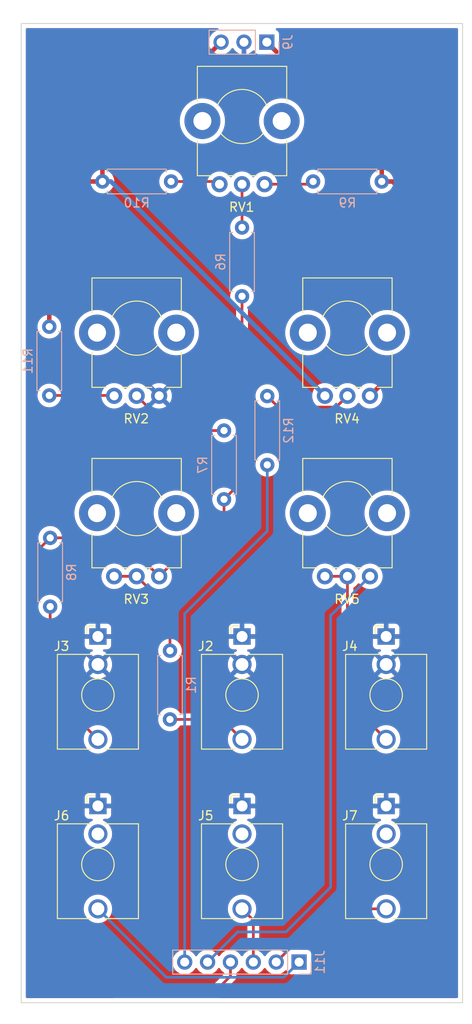
<source format=kicad_pcb>
(kicad_pcb (version 20211014) (generator pcbnew)
  (layers (0 "F.Cu" signal) (31 "B.Cu" signal) (34 "B.Paste" user) (35 "F.Paste" user) (36 "B.SilkS" user "B.Silkscreen") (37 "F.SilkS" user "F.Silkscreen") (38 "B.Mask" user) (39 "F.Mask" user) (44 "Edge.Cuts" user))
  (net 0 "")
  (net 1 "/FM_in")
  (net 2 "/CV_in")
  (net 3 "/PWM_Pot")
  (net 4 "Triangle Out2")
  (net 6 "Saw Out2")
  (net 8 "/FM_pot")
  (net 9 "/Coarse")
  (net 10 "Pulse Out2")
  (net 11 "/Fine")
  (net 12 "/Coarse_div1")
  (net 13 "/Coarse_div2")
  (net 14 "/fine_div")
  (net 15 "/PWM_LP")
  (net 17 "In_Sum2")
  (net 18 "AP2")
  (net 19 "PWM_Com2")
  (net 20 "GND1")
  (net 21 "+12VA")
  (net 22 "-12VA")
  (footprint "Connector_Audio:Jack_3.5mm_QingPu_WQP-PJ398SM_Vertical_CircularHoles" (layer "F.Cu") (at 94.2 117.72)
    (fp_text reference "J3" (at -4.03 1.08 180) (layer "F.SilkS"))
    (fp_text value "CV")
    (fp_line (start -0.8 12.48) (end -4.5 12.48) (layer "F.SilkS") (width 0.12))
    (fp_line (start 4.5 1.98) (end 4.5 12.48) (layer "F.SilkS") (width 0.12))
    (fp_line (start -0.72 1.98) (end -4.5 1.98) (layer "F.SilkS") (width 0.12))
    (fp_line (start -1.23 -1.17) (end -0.37 -1.17) (layer "F.SilkS") (width 0.12))
    (fp_line (start 4.5 1.98) (end 0.72 1.98) (layer "F.SilkS") (width 0.12))
    (fp_line (start -4.5 1.98) (end -4.5 12.48) (layer "F.SilkS") (width 0.12))
    (fp_line (start -1.23 -1.17) (end -1.23 -0.37) (layer "F.SilkS") (width 0.12))
    (fp_line (start 4.5 12.48) (end 0.8 12.48) (layer "F.SilkS") (width 0.12))
    (fp_circle (center 0 6.48) (end 1.8 6.48) (layer "F.SilkS") (width 0.12) (fill none))
    (pad "S" thru_hole rect (at 0 0 180) (size 1.93 1.83) (drill 1.22) (layers *.Cu *.Mask) (net 20 "GND1"))
    (pad "T" thru_hole circle (at 0 11.4 180) (size 2.13 2.13) (drill 1.43) (layers *.Cu *.Mask) (net 2 "/CV_in"))
    (pad "TN" thru_hole circle (at 0 3.1 180) (size 2.13 2.13) (drill 1.42) (layers *.Cu *.Mask) (net 20 "GND1"))
    (zone (net 0) (net_name "") (layer "F.Cu") (connect_pads (clearance 0)) (min_thickness 0.254)
      (keepout (tracks not_allowed) (vias not_allowed) (pads not_allowed) (copperpour not_allowed) (footprints not_allowed))
      (fill (thermal_gap 0.508) (thermal_bridge_width 0.508))
      (polygon (pts (xy 95.705141 124.2) (xy 95.68493 123.954171) (xy 95.624841 123.714945) (xy 95.526486 123.488744) (xy 95.392508 123.281645) (xy 95.226504 123.09921) (xy 95.032932 122.946336) (xy 94.816992 122.827131) (xy 94.584482 122.744794) (xy 94.341646 122.701539) (xy 94.095007 122.698525) (xy 93.851187 122.735835) (xy 93.616734 122.812466) (xy 93.397946 122.92636) (xy 93.200697 123.074458) (xy 93.030286 123.252784) (xy 92.891288 123.456548) (xy 92.787436 123.680278) (xy 92.721519 123.917965) (xy 92.695308 124.163226) (xy 92.709507 124.409475) (xy 92.763734 124.650099) (xy 92.856532 124.878634) (xy 92.985411 125.088945) (xy 93.146908 125.275382) (xy 93.336687 125.432939) (xy 93.54965 125.557385) (xy 93.780079 125.645377) (xy 94.021785 125.694553) (xy 94.268278 125.703592) (xy 94.512936 125.67225) (xy 94.749191 125.60137) (xy 94.970697 125.492856) (xy 95.171505 125.349621) (xy 95.346223 125.175512) (xy 95.490158 124.975205) (xy 95.599445 124.754079) (xy 95.671149 124.518074) (xy 95.703344 124.273526)))
    )
  )
  (footprint "Custom_Footprints:Alpha_9mm_Potentiometer_Aligned" (layer "F.Cu") (at 98.5 83.55)
    (fp_text reference "RV2" (at -0.04 10.04) (layer "F.SilkS"))
    (fp_text value "100K")
    (fp_line (start 4.96 -1.695) (end 4.96 -5.56) (layer "F.SilkS") (width 0.12))
    (fp_line (start 3.325 6.56) (end 4.96 6.56) (layer "F.SilkS") (width 0.12))
    (fp_line (start -4.961 -5.56) (end 4.96 -5.56) (layer "F.SilkS") (width 0.12))
    (fp_line (start 0.825 6.56) (end 1.675 6.56) (layer "F.SilkS") (width 0.12))
    (fp_line (start -4.961 -1.695) (end -4.961 -5.56) (layer "F.SilkS") (width 0.12))
    (fp_line (start -4.961 6.56) (end -3.325 6.56) (layer "F.SilkS") (width 0.12))
    (fp_line (start 4.96 6.56) (end 4.96 2.694) (layer "F.SilkS") (width 0.12))
    (fp_line (start -4.961 6.56) (end -4.961 2.694) (layer "F.SilkS") (width 0.12))
    (fp_line (start -1.675 6.56) (end -0.825 6.56) (layer "F.SilkS") (width 0.12))
    (fp_arc (start 2.297753 1.928295) (mid -0.000192 2.999665) (end -2.298 1.928) (layer "F.SilkS") (width 0.12))
    (fp_arc (start -2.762432 -1.171982) (mid -0.000553 -3.000762) (end 2.762 -1.173) (layer "F.SilkS") (width 0.12))
    (pad "" np_thru_hole circle (at -4.4 0.5 90) (size 4 4) (drill 2) (layers *.Cu *.Mask))
    (pad "" np_thru_hole circle (at 4.4 0.5 90) (size 4 4) (drill 2) (layers *.Cu *.Mask))
    (pad "1" thru_hole circle (at -2.5 7.5 90) (size 1.8 1.8) (drill 1) (layers *.Cu *.Mask) (net 14 "/fine_div"))
    (pad "2" thru_hole circle (at 0 7.5 90) (size 1.8 1.8) (drill 1) (layers *.Cu *.Mask) (net 11 "/Fine"))
    (pad "3" thru_hole circle (at 2.5 7.5 90) (size 1.8 1.8) (drill 1) (layers *.Cu *.Mask) (net 20 "GND1"))
  )
  (footprint "Connector_Audio:Jack_3.5mm_QingPu_WQP-PJ398SM_Vertical_CircularHoles" (layer "F.Cu") (at 126.2 136.5)
    (fp_text reference "J7" (at -4.03 1.08 180) (layer "F.SilkS"))
    (fp_text value "Pulse")
    (fp_line (start -4.5 1.98) (end -4.5 12.48) (layer "F.SilkS") (width 0.12))
    (fp_line (start -1.23 -1.17) (end -0.37 -1.17) (layer "F.SilkS") (width 0.12))
    (fp_line (start -0.8 12.48) (end -4.5 12.48) (layer "F.SilkS") (width 0.12))
    (fp_line (start 4.5 1.98) (end 0.72 1.98) (layer "F.SilkS") (width 0.12))
    (fp_line (start 4.5 12.48) (end 0.8 12.48) (layer "F.SilkS") (width 0.12))
    (fp_line (start -1.23 -1.17) (end -1.23 -0.37) (layer "F.SilkS") (width 0.12))
    (fp_line (start -0.72 1.98) (end -4.5 1.98) (layer "F.SilkS") (width 0.12))
    (fp_line (start 4.5 1.98) (end 4.5 12.48) (layer "F.SilkS") (width 0.12))
    (fp_circle (center 0 6.48) (end 1.8 6.48) (layer "F.SilkS") (width 0.12) (fill none))
    (pad "S" thru_hole rect (at 0 0 180) (size 1.93 1.83) (drill 1.22) (layers *.Cu *.Mask) (net 20 "GND1"))
    (pad "T" thru_hole circle (at 0 11.4 180) (size 2.13 2.13) (drill 1.43) (layers *.Cu *.Mask) (net 10 "Pulse Out2"))
    (pad "TN" thru_hole circle (at 0 3.1 180) (size 2.13 2.13) (drill 1.42) (layers *.Cu *.Mask))
    (zone (net 0) (net_name "") (layer "F.Cu") (connect_pads (clearance 0)) (min_thickness 0.254)
      (keepout (tracks not_allowed) (vias not_allowed) (pads not_allowed) (copperpour not_allowed) (footprints not_allowed))
      (fill (thermal_gap 0.508) (thermal_bridge_width 0.508))
      (polygon (pts (xy 127.705141 142.98) (xy 127.68493 142.734171) (xy 127.624841 142.494945) (xy 127.526486 142.268744) (xy 127.392508 142.061645) (xy 127.226504 141.87921) (xy 127.032932 141.726336) (xy 126.816992 141.607131) (xy 126.584482 141.524794) (xy 126.341646 141.481539) (xy 126.095007 141.478525) (xy 125.851187 141.515835) (xy 125.616734 141.592466) (xy 125.397946 141.70636) (xy 125.200697 141.854458) (xy 125.030286 142.032784) (xy 124.891288 142.236548) (xy 124.787436 142.460278) (xy 124.721519 142.697965) (xy 124.695308 142.943226) (xy 124.709507 143.189475) (xy 124.763734 143.430099) (xy 124.856532 143.658634) (xy 124.985411 143.868945) (xy 125.146908 144.055382) (xy 125.336687 144.212939) (xy 125.54965 144.337385) (xy 125.780079 144.425377) (xy 126.021785 144.474553) (xy 126.268278 144.483592) (xy 126.512936 144.45225) (xy 126.749191 144.38137) (xy 126.970697 144.272856) (xy 127.171505 144.129621) (xy 127.346223 143.955512) (xy 127.490158 143.755205) (xy 127.599445 143.534079) (xy 127.671149 143.298074) (xy 127.703344 143.053526)))
    )
  )
  (footprint "Connector_Audio:Jack_3.5mm_QingPu_WQP-PJ398SM_Vertical_CircularHoles" (layer "F.Cu") (at 110.2 136.5)
    (fp_text reference "J5" (at -4.03 1.08 180) (layer "F.SilkS"))
    (fp_text value "Triangle")
    (fp_line (start 4.5 1.98) (end 0.72 1.98) (layer "F.SilkS") (width 0.12))
    (fp_line (start -1.23 -1.17) (end -1.23 -0.37) (layer "F.SilkS") (width 0.12))
    (fp_line (start -0.8 12.48) (end -4.5 12.48) (layer "F.SilkS") (width 0.12))
    (fp_line (start -1.23 -1.17) (end -0.37 -1.17) (layer "F.SilkS") (width 0.12))
    (fp_line (start 4.5 1.98) (end 4.5 12.48) (layer "F.SilkS") (width 0.12))
    (fp_line (start -4.5 1.98) (end -4.5 12.48) (layer "F.SilkS") (width 0.12))
    (fp_line (start 4.5 12.48) (end 0.8 12.48) (layer "F.SilkS") (width 0.12))
    (fp_line (start -0.72 1.98) (end -4.5 1.98) (layer "F.SilkS") (width 0.12))
    (fp_circle (center 0 6.48) (end 1.8 6.48) (layer "F.SilkS") (width 0.12) (fill none))
    (pad "S" thru_hole rect (at 0 0 180) (size 1.93 1.83) (drill 1.22) (layers *.Cu *.Mask) (net 20 "GND1"))
    (pad "T" thru_hole circle (at 0 11.4 180) (size 2.13 2.13) (drill 1.43) (layers *.Cu *.Mask) (net 4 "Triangle Out2"))
    (pad "TN" thru_hole circle (at 0 3.1 180) (size 2.13 2.13) (drill 1.42) (layers *.Cu *.Mask))
    (zone (net 0) (net_name "") (layer "F.Cu") (connect_pads (clearance 0)) (min_thickness 0.254)
      (keepout (tracks not_allowed) (vias not_allowed) (pads not_allowed) (copperpour not_allowed) (footprints not_allowed))
      (fill (thermal_gap 0.508) (thermal_bridge_width 0.508))
      (polygon (pts (xy 111.705141 142.98) (xy 111.68493 142.734171) (xy 111.624841 142.494945) (xy 111.526486 142.268744) (xy 111.392508 142.061645) (xy 111.226504 141.87921) (xy 111.032932 141.726336) (xy 110.816992 141.607131) (xy 110.584482 141.524794) (xy 110.341646 141.481539) (xy 110.095007 141.478525) (xy 109.851187 141.515835) (xy 109.616734 141.592466) (xy 109.397946 141.70636) (xy 109.200697 141.854458) (xy 109.030286 142.032784) (xy 108.891288 142.236548) (xy 108.787436 142.460278) (xy 108.721519 142.697965) (xy 108.695308 142.943226) (xy 108.709507 143.189475) (xy 108.763734 143.430099) (xy 108.856532 143.658634) (xy 108.985411 143.868945) (xy 109.146908 144.055382) (xy 109.336687 144.212939) (xy 109.54965 144.337385) (xy 109.780079 144.425377) (xy 110.021785 144.474553) (xy 110.268278 144.483592) (xy 110.512936 144.45225) (xy 110.749191 144.38137) (xy 110.970697 144.272856) (xy 111.171505 144.129621) (xy 111.346223 143.955512) (xy 111.490158 143.755205) (xy 111.599445 143.534079) (xy 111.671149 143.298074) (xy 111.703344 143.053526)))
    )
  )
  (footprint "Connector_Audio:Jack_3.5mm_QingPu_WQP-PJ398SM_Vertical_CircularHoles" (layer "F.Cu") (at 126.2 117.72)
    (fp_text reference "J4" (at -4.03 1.08 180) (layer "F.SilkS"))
    (fp_text value "PWM")
    (fp_line (start -0.8 12.48) (end -4.5 12.48) (layer "F.SilkS") (width 0.12))
    (fp_line (start -0.72 1.98) (end -4.5 1.98) (layer "F.SilkS") (width 0.12))
    (fp_line (start -1.23 -1.17) (end -1.23 -0.37) (layer "F.SilkS") (width 0.12))
    (fp_line (start -4.5 1.98) (end -4.5 12.48) (layer "F.SilkS") (width 0.12))
    (fp_line (start -1.23 -1.17) (end -0.37 -1.17) (layer "F.SilkS") (width 0.12))
    (fp_line (start 4.5 12.48) (end 0.8 12.48) (layer "F.SilkS") (width 0.12))
    (fp_line (start 4.5 1.98) (end 0.72 1.98) (layer "F.SilkS") (width 0.12))
    (fp_line (start 4.5 1.98) (end 4.5 12.48) (layer "F.SilkS") (width 0.12))
    (fp_circle (center 0 6.48) (end 1.8 6.48) (layer "F.SilkS") (width 0.12) (fill none))
    (pad "S" thru_hole rect (at 0 0 180) (size 1.93 1.83) (drill 1.22) (layers *.Cu *.Mask) (net 20 "GND1"))
    (pad "T" thru_hole circle (at 0 11.4 180) (size 2.13 2.13) (drill 1.43) (layers *.Cu *.Mask) (net 3 "/PWM_Pot"))
    (pad "TN" thru_hole circle (at 0 3.1 180) (size 2.13 2.13) (drill 1.42) (layers *.Cu *.Mask) (net 20 "GND1"))
    (zone (net 0) (net_name "") (layer "F.Cu") (connect_pads (clearance 0)) (min_thickness 0.254)
      (keepout (tracks not_allowed) (vias not_allowed) (pads not_allowed) (copperpour not_allowed) (footprints not_allowed))
      (fill (thermal_gap 0.508) (thermal_bridge_width 0.508))
      (polygon (pts (xy 127.705141 124.2) (xy 127.68493 123.954171) (xy 127.624841 123.714945) (xy 127.526486 123.488744) (xy 127.392508 123.281645) (xy 127.226504 123.09921) (xy 127.032932 122.946336) (xy 126.816992 122.827131) (xy 126.584482 122.744794) (xy 126.341646 122.701539) (xy 126.095007 122.698525) (xy 125.851187 122.735835) (xy 125.616734 122.812466) (xy 125.397946 122.92636) (xy 125.200697 123.074458) (xy 125.030286 123.252784) (xy 124.891288 123.456548) (xy 124.787436 123.680278) (xy 124.721519 123.917965) (xy 124.695308 124.163226) (xy 124.709507 124.409475) (xy 124.763734 124.650099) (xy 124.856532 124.878634) (xy 124.985411 125.088945) (xy 125.146908 125.275382) (xy 125.336687 125.432939) (xy 125.54965 125.557385) (xy 125.780079 125.645377) (xy 126.021785 125.694553) (xy 126.268278 125.703592) (xy 126.512936 125.67225) (xy 126.749191 125.60137) (xy 126.970697 125.492856) (xy 127.171505 125.349621) (xy 127.346223 125.175512) (xy 127.490158 124.975205) (xy 127.599445 124.754079) (xy 127.671149 124.518074) (xy 127.703344 124.273526)))
    )
  )
  (footprint "Custom_Footprints:Alpha_9mm_Potentiometer_Aligned" (layer "F.Cu") (at 121.9 83.55)
    (fp_text reference "RV4" (at -0.04 10.04) (layer "F.SilkS"))
    (fp_text value "100k")
    (fp_line (start -4.961 6.56) (end -4.961 2.694) (layer "F.SilkS") (width 0.12))
    (fp_line (start -1.675 6.56) (end -0.825 6.56) (layer "F.SilkS") (width 0.12))
    (fp_line (start -4.961 6.56) (end -3.325 6.56) (layer "F.SilkS") (width 0.12))
    (fp_line (start 4.96 6.56) (end 4.96 2.694) (layer "F.SilkS") (width 0.12))
    (fp_line (start 4.96 -1.695) (end 4.96 -5.56) (layer "F.SilkS") (width 0.12))
    (fp_line (start 3.325 6.56) (end 4.96 6.56) (layer "F.SilkS") (width 0.12))
    (fp_line (start -4.961 -1.695) (end -4.961 -5.56) (layer "F.SilkS") (width 0.12))
    (fp_line (start -4.961 -5.56) (end 4.96 -5.56) (layer "F.SilkS") (width 0.12))
    (fp_line (start 0.825 6.56) (end 1.675 6.56) (layer "F.SilkS") (width 0.12))
    (fp_arc (start -2.762432 -1.171982) (mid -0.000553 -3.000762) (end 2.762 -1.173) (layer "F.SilkS") (width 0.12))
    (fp_arc (start 2.297753 1.928295) (mid -0.000192 2.999665) (end -2.298 1.928) (layer "F.SilkS") (width 0.12))
    (pad "" np_thru_hole circle (at -4.4 0.5 90) (size 4 4) (drill 2) (layers *.Cu *.Mask))
    (pad "" np_thru_hole circle (at 4.4 0.5 90) (size 4 4) (drill 2) (layers *.Cu *.Mask))
    (pad "1" thru_hole circle (at -2.5 7.5 90) (size 1.8 1.8) (drill 1) (layers *.Cu *.Mask) (net 22 "-12VA"))
    (pad "2" thru_hole circle (at 0 7.5 90) (size 1.8 1.8) (drill 1) (layers *.Cu *.Mask) (net 15 "/PWM_LP"))
    (pad "3" thru_hole circle (at 2.5 7.5 90) (size 1.8 1.8) (drill 1) (layers *.Cu *.Mask) (net 21 "+12VA"))
  )
  (footprint "Custom_Footprints:Alpha_9mm_Potentiometer_Aligned" (layer "F.Cu") (at 121.9 103.55)
    (fp_text reference "RV5" (at -0.04 10.04) (layer "F.SilkS"))
    (fp_text value "250k")
    (fp_line (start 4.96 -1.695) (end 4.96 -5.56) (layer "F.SilkS") (width 0.12))
    (fp_line (start 0.825 6.56) (end 1.675 6.56) (layer "F.SilkS") (width 0.12))
    (fp_line (start 3.325 6.56) (end 4.96 6.56) (layer "F.SilkS") (width 0.12))
    (fp_line (start 4.96 6.56) (end 4.96 2.694) (layer "F.SilkS") (width 0.12))
    (fp_line (start -4.961 6.56) (end -3.325 6.56) (layer "F.SilkS") (width 0.12))
    (fp_line (start -4.961 -1.695) (end -4.961 -5.56) (layer "F.SilkS") (width 0.12))
    (fp_line (start -4.961 -5.56) (end 4.96 -5.56) (layer "F.SilkS") (width 0.12))
    (fp_line (start -4.961 6.56) (end -4.961 2.694) (layer "F.SilkS") (width 0.12))
    (fp_line (start -1.675 6.56) (end -0.825 6.56) (layer "F.SilkS") (width 0.12))
    (fp_arc (start 2.297753 1.928295) (mid -0.000192 2.999665) (end -2.298 1.928) (layer "F.SilkS") (width 0.12))
    (fp_arc (start -2.762432 -1.171982) (mid -0.000553 -3.000762) (end 2.762 -1.173) (layer "F.SilkS") (width 0.12))
    (pad "" np_thru_hole circle (at -4.4 0.5 90) (size 4 4) (drill 2) (layers *.Cu *.Mask))
    (pad "" np_thru_hole circle (at 4.4 0.5 90) (size 4 4) (drill 2) (layers *.Cu *.Mask))
    (pad "1" thru_hole circle (at -2.5 7.5 90) (size 1.8 1.8) (drill 1) (layers *.Cu *.Mask) (net 3 "/PWM_Pot"))
    (pad "2" thru_hole circle (at 0 7.5 90) (size 1.8 1.8) (drill 1) (layers *.Cu *.Mask) (net 3 "/PWM_Pot"))
    (pad "3" thru_hole circle (at 2.5 7.5 90) (size 1.8 1.8) (drill 1) (layers *.Cu *.Mask) (net 18 "AP2"))
  )
  (footprint "Connector_Audio:Jack_3.5mm_QingPu_WQP-PJ398SM_Vertical_CircularHoles" (layer "F.Cu") (at 94.2 136.5)
    (fp_text reference "J6" (at -4.03 1.08) (layer "F.SilkS"))
    (fp_text value "Saw")
    (fp_line (start 4.5 1.98) (end 0.72 1.98) (layer "F.SilkS") (width 0.12))
    (fp_line (start -1.23 -1.17) (end -1.23 -0.37) (layer "F.SilkS") (width 0.12))
    (fp_line (start -0.8 12.48) (end -4.5 12.48) (layer "F.SilkS") (width 0.12))
    (fp_line (start 4.5 1.98) (end 4.5 12.48) (layer "F.SilkS") (width 0.12))
    (fp_line (start 4.5 12.48) (end 0.8 12.48) (layer "F.SilkS") (width 0.12))
    (fp_line (start -0.72 1.98) (end -4.5 1.98) (layer "F.SilkS") (width 0.12))
    (fp_line (start -4.5 1.98) (end -4.5 12.48) (layer "F.SilkS") (width 0.12))
    (fp_line (start -1.23 -1.17) (end -0.37 -1.17) (layer "F.SilkS") (width 0.12))
    (fp_circle (center 0 6.48) (end 1.8 6.48) (layer "F.SilkS") (width 0.12) (fill none))
    (pad "S" thru_hole rect (at 0 0 180) (size 1.93 1.83) (drill 1.22) (layers *.Cu *.Mask) (net 20 "GND1"))
    (pad "T" thru_hole circle (at 0 11.4 180) (size 2.13 2.13) (drill 1.43) (layers *.Cu *.Mask) (net 6 "Saw Out2"))
    (pad "TN" thru_hole circle (at 0 3.1 180) (size 2.13 2.13) (drill 1.42) (layers *.Cu *.Mask))
    (zone (net 0) (net_name "") (layer "F.Cu") (connect_pads (clearance 0)) (min_thickness 0.254)
      (keepout (tracks not_allowed) (vias not_allowed) (pads not_allowed) (copperpour not_allowed) (footprints not_allowed))
      (fill (thermal_gap 0.508) (thermal_bridge_width 0.508))
      (polygon (pts (xy 95.705141 142.98) (xy 95.68493 142.734171) (xy 95.624841 142.494945) (xy 95.526486 142.268744) (xy 95.392508 142.061645) (xy 95.226504 141.87921) (xy 95.032932 141.726336) (xy 94.816992 141.607131) (xy 94.584482 141.524794) (xy 94.341646 141.481539) (xy 94.095007 141.478525) (xy 93.851187 141.515835) (xy 93.616734 141.592466) (xy 93.397946 141.70636) (xy 93.200697 141.854458) (xy 93.030286 142.032784) (xy 92.891288 142.236548) (xy 92.787436 142.460278) (xy 92.721519 142.697965) (xy 92.695308 142.943226) (xy 92.709507 143.189475) (xy 92.763734 143.430099) (xy 92.856532 143.658634) (xy 92.985411 143.868945) (xy 93.146908 144.055382) (xy 93.336687 144.212939) (xy 93.54965 144.337385) (xy 93.780079 144.425377) (xy 94.021785 144.474553) (xy 94.268278 144.483592) (xy 94.512936 144.45225) (xy 94.749191 144.38137) (xy 94.970697 144.272856) (xy 95.171505 144.129621) (xy 95.346223 143.955512) (xy 95.490158 143.755205) (xy 95.599445 143.534079) (xy 95.671149 143.298074) (xy 95.703344 143.053526)))
    )
  )
  (footprint "Connector_Audio:Jack_3.5mm_QingPu_WQP-PJ398SM_Vertical_CircularHoles" (layer "F.Cu") (at 110.2 117.72)
    (fp_text reference "J2" (at -4.03 1.08 180) (layer "F.SilkS"))
    (fp_text value "FM")
    (fp_line (start -0.8 12.48) (end -4.5 12.48) (layer "F.SilkS") (width 0.12))
    (fp_line (start -0.72 1.98) (end -4.5 1.98) (layer "F.SilkS") (width 0.12))
    (fp_line (start -1.23 -1.17) (end -1.23 -0.37) (layer "F.SilkS") (width 0.12))
    (fp_line (start 4.5 1.98) (end 0.72 1.98) (layer "F.SilkS") (width 0.12))
    (fp_line (start 4.5 1.98) (end 4.5 12.48) (layer "F.SilkS") (width 0.12))
    (fp_line (start -4.5 1.98) (end -4.5 12.48) (layer "F.SilkS") (width 0.12))
    (fp_line (start -1.23 -1.17) (end -0.37 -1.17) (layer "F.SilkS") (width 0.12))
    (fp_line (start 4.5 12.48) (end 0.8 12.48) (layer "F.SilkS") (width 0.12))
    (fp_circle (center 0 6.48) (end 1.8 6.48) (layer "F.SilkS") (width 0.12) (fill none))
    (pad "S" thru_hole rect (at 0 0 180) (size 1.93 1.83) (drill 1.22) (layers *.Cu *.Mask) (net 20 "GND1"))
    (pad "T" thru_hole circle (at 0 11.4 180) (size 2.13 2.13) (drill 1.43) (layers *.Cu *.Mask) (net 1 "/FM_in"))
    (pad "TN" thru_hole circle (at 0 3.1 180) (size 2.13 2.13) (drill 1.42) (layers *.Cu *.Mask) (net 20 "GND1"))
    (zone (net 0) (net_name "") (layer "F.Cu") (connect_pads (clearance 0)) (min_thickness 0.254)
      (keepout (tracks not_allowed) (vias not_allowed) (pads not_allowed) (copperpour not_allowed) (footprints not_allowed))
      (fill (thermal_gap 0.508) (thermal_bridge_width 0.508))
      (polygon (pts (xy 111.705141 124.2) (xy 111.68493 123.954171) (xy 111.624841 123.714945) (xy 111.526486 123.488744) (xy 111.392508 123.281645) (xy 111.226504 123.09921) (xy 111.032932 122.946336) (xy 110.816992 122.827131) (xy 110.584482 122.744794) (xy 110.341646 122.701539) (xy 110.095007 122.698525) (xy 109.851187 122.735835) (xy 109.616734 122.812466) (xy 109.397946 122.92636) (xy 109.200697 123.074458) (xy 109.030286 123.252784) (xy 108.891288 123.456548) (xy 108.787436 123.680278) (xy 108.721519 123.917965) (xy 108.695308 124.163226) (xy 108.709507 124.409475) (xy 108.763734 124.650099) (xy 108.856532 124.878634) (xy 108.985411 125.088945) (xy 109.146908 125.275382) (xy 109.336687 125.432939) (xy 109.54965 125.557385) (xy 109.780079 125.645377) (xy 110.021785 125.694553) (xy 110.268278 125.703592) (xy 110.512936 125.67225) (xy 110.749191 125.60137) (xy 110.970697 125.492856) (xy 111.171505 125.349621) (xy 111.346223 125.175512) (xy 111.490158 124.975205) (xy 111.599445 124.754079) (xy 111.671149 124.518074) (xy 111.703344 124.273526)))
    )
  )
  (footprint "Custom_Footprints:Alpha_9mm_Potentiometer_Aligned" (layer "F.Cu") (at 110.2 60.1)
    (fp_text reference "RV1" (at -0.04 10.04) (layer "F.SilkS"))
    (fp_text value "100K")
    (fp_line (start -4.961 6.56) (end -4.961 2.694) (layer "F.SilkS") (width 0.12))
    (fp_line (start 4.96 6.56) (end 4.96 2.694) (layer "F.SilkS") (width 0.12))
    (fp_line (start -4.961 6.56) (end -3.325 6.56) (layer "F.SilkS") (width 0.12))
    (fp_line (start 0.825 6.56) (end 1.675 6.56) (layer "F.SilkS") (width 0.12))
    (fp_line (start 4.96 -1.695) (end 4.96 -5.56) (layer "F.SilkS") (width 0.12))
    (fp_line (start 3.325 6.56) (end 4.96 6.56) (layer "F.SilkS") (width 0.12))
    (fp_line (start -4.961 -1.695) (end -4.961 -5.56) (layer "F.SilkS") (width 0.12))
    (fp_line (start -1.675 6.56) (end -0.825 6.56) (layer "F.SilkS") (width 0.12))
    (fp_line (start -4.961 -5.56) (end 4.96 -5.56) (layer "F.SilkS") (width 0.12))
    (fp_arc (start 2.297753 1.928295) (mid -0.000192 2.999665) (end -2.298 1.928) (layer "F.SilkS") (width 0.12))
    (fp_arc (start -2.762432 -1.171982) (mid -0.000553 -3.000762) (end 2.762 -1.173) (layer "F.SilkS") (width 0.12))
    (pad "" np_thru_hole circle (at 4.4 0.5 90) (size 4 4) (drill 2) (layers *.Cu *.Mask))
    (pad "" np_thru_hole circle (at -4.4 0.5 90) (size 4 4) (drill 2) (layers *.Cu *.Mask))
    (pad "1" thru_hole circle (at -2.5 7.5 90) (size 1.8 1.8) (drill 1) (layers *.Cu *.Mask) (net 13 "/Coarse_div2"))
    (pad "2" thru_hole circle (at 0 7.5 90) (size 1.8 1.8) (drill 1) (layers *.Cu *.Mask) (net 9 "/Coarse"))
    (pad "3" thru_hole circle (at 2.5 7.5 90) (size 1.8 1.8) (drill 1) (layers *.Cu *.Mask) (net 12 "/Coarse_div1"))
  )
  (footprint "Custom_Footprints:Alpha_9mm_Potentiometer_Aligned" (layer "F.Cu") (at 98.5 103.55)
    (fp_text reference "RV3" (at -0.04 10.04) (layer "F.SilkS"))
    (fp_text value "1Meg")
    (fp_line (start -4.961 6.56) (end -3.325 6.56) (layer "F.SilkS") (width 0.12))
    (fp_line (start -1.675 6.56) (end -0.825 6.56) (layer "F.SilkS") (width 0.12))
    (fp_line (start 3.325 6.56) (end 4.96 6.56) (layer "F.SilkS") (width 0.12))
    (fp_line (start 4.96 -1.695) (end 4.96 -5.56) (layer "F.SilkS") (width 0.12))
    (fp_line (start -4.961 -5.56) (end 4.96 -5.56) (layer "F.SilkS") (width 0.12))
    (fp_line (start 0.825 6.56) (end 1.675 6.56) (layer "F.SilkS") (width 0.12))
    (fp_line (start -4.961 6.56) (end -4.961 2.694) (layer "F.SilkS") (width 0.12))
    (fp_line (start 4.96 6.56) (end 4.96 2.694) (layer "F.SilkS") (width 0.12))
    (fp_line (start -4.961 -1.695) (end -4.961 -5.56) (layer "F.SilkS") (width 0.12))
    (fp_arc (start 2.297753 1.928295) (mid -0.000192 2.999665) (end -2.298 1.928) (layer "F.SilkS") (width 0.12))
    (fp_arc (start -2.762432 -1.171982) (mid -0.000553 -3.000762) (end 2.762 -1.173) (layer "F.SilkS") (width 0.12))
    (pad "" np_thru_hole circle (at -4.4 0.5 90) (size 4 4) (drill 2) (layers *.Cu *.Mask))
    (pad "" np_thru_hole circle (at 4.4 0.5 90) (size 4 4) (drill 2) (layers *.Cu *.Mask))
    (pad "1" thru_hole circle (at -2.5 7.5 90) (size 1.8 1.8) (drill 1) (layers *.Cu *.Mask) (net 8 "/FM_pot"))
    (pad "2" thru_hole circle (at 0 7.5 90) (size 1.8 1.8) (drill 1) (layers *.Cu *.Mask) (net 8 "/FM_pot"))
    (pad "3" thru_hole circle (at 2.5 7.5 90) (size 1.8 1.8) (drill 1) (layers *.Cu *.Mask) (net 17 "In_Sum2"))
  )
  (footprint "Resistor_THT:R_Axial_DIN0207_L6.3mm_D2.5mm_P7.62mm_Horizontal" (layer "B.Cu") (at 108.2 94.9 -90)
    (fp_text reference "R7" (at 3.81 2.37 90) (layer "B.SilkS") (effects (justify mirror)))
    (fp_text value "1Meg")
    (fp_line (start 7.08 -1.37) (end 7.08 -1.04) (layer "B.SilkS") (width 0.12))
    (fp_line (start 0.54 -1.04) (end 0.54 -1.37) (layer "B.SilkS") (width 0.12))
    (fp_line (start 0.54 1.37) (end 7.08 1.37) (layer "B.SilkS") (width 0.12))
    (fp_line (start 0.54 -1.37) (end 7.08 -1.37) (layer "B.SilkS") (width 0.12))
    (fp_line (start 7.08 1.37) (end 7.08 1.04) (layer "B.SilkS") (width 0.12))
    (fp_line (start 0.54 1.04) (end 0.54 1.37) (layer "B.SilkS") (width 0.12))
    (pad "1" thru_hole circle (at 0 0 270) (size 1.6 1.6) (drill 0.8) (layers *.Cu *.Mask) (net 11 "/Fine"))
    (pad "2" thru_hole oval (at 7.62 0 270) (size 1.6 1.6) (drill 0.8) (layers *.Cu *.Mask) (net 17 "In_Sum2"))
  )
  (footprint "Connector_PinHeader_2.54mm:PinHeader_1x06_P2.54mm_Vertical" (layer "B.Cu") (at 116.534 153.8 90)
    (fp_text reference "J11" (at 0 2.33 90) (layer "B.SilkS") (effects (justify mirror)))
    (fp_text value "Conn_01x06")
    (fp_line (start -1.33 0) (end -1.33 1.33) (layer "B.SilkS") (width 0.12))
    (fp_line (start 1.33 -1.27) (end 1.33 -14.03) (layer "B.SilkS") (width 0.12))
    (fp_line (start -1.33 1.33) (end 0 1.33) (layer "B.SilkS") (width 0.12))
    (fp_line (start -1.33 -14.03) (end 1.33 -14.03) (layer "B.SilkS") (width 0.12))
    (fp_line (start -1.33 -1.27) (end -1.33 -14.03) (layer "B.SilkS") (width 0.12))
    (fp_line (start -1.33 -1.27) (end 1.33 -1.27) (layer "B.SilkS") (width 0.12))
    (pad "1" thru_hole rect (at 0 0 90) (size 1.7 1.7) (drill 1) (layers *.Cu *.Mask) (net 6 "Saw Out2"))
    (pad "2" thru_hole oval (at 0 -2.54 90) (size 1.7 1.7) (drill 1) (layers *.Cu *.Mask) (net 10 "Pulse Out2"))
    (pad "3" thru_hole oval (at 0 -5.08 90) (size 1.7 1.7) (drill 1) (layers *.Cu *.Mask) (net 4 "Triangle Out2"))
    (pad "4" thru_hole oval (at 0 -7.62 90) (size 1.7 1.7) (drill 1) (layers *.Cu *.Mask) (net 17 "In_Sum2"))
    (pad "5" thru_hole oval (at 0 -10.16 90) (size 1.7 1.7) (drill 1) (layers *.Cu *.Mask) (net 18 "AP2"))
    (pad "6" thru_hole oval (at 0 -12.7 90) (size 1.7 1.7) (drill 1) (layers *.Cu *.Mask) (net 19 "PWM_Com2"))
  )
  (footprint "Resistor_THT:R_Axial_DIN0207_L6.3mm_D2.5mm_P7.62mm_Horizontal" (layer "B.Cu") (at 88.8 83.39 -90)
    (fp_text reference "R11" (at 3.81 2.37 90) (layer "B.SilkS") (effects (justify mirror)))
    (fp_text value "100k")
    (fp_line (start 7.08 -1.37) (end 7.08 -1.04) (layer "B.SilkS") (width 0.12))
    (fp_line (start 0.54 -1.04) (end 0.54 -1.37) (layer "B.SilkS") (width 0.12))
    (fp_line (start 0.54 1.37) (end 7.08 1.37) (layer "B.SilkS") (width 0.12))
    (fp_line (start 7.08 1.37) (end 7.08 1.04) (layer "B.SilkS") (width 0.12))
    (fp_line (start 0.54 -1.37) (end 7.08 -1.37) (layer "B.SilkS") (width 0.12))
    (fp_line (start 0.54 1.04) (end 0.54 1.37) (layer "B.SilkS") (width 0.12))
    (pad "1" thru_hole circle (at 0 0 270) (size 1.6 1.6) (drill 0.8) (layers *.Cu *.Mask) (net 22 "-12VA"))
    (pad "2" thru_hole oval (at 7.62 0 270) (size 1.6 1.6) (drill 0.8) (layers *.Cu *.Mask) (net 14 "/fine_div"))
  )
  (footprint "Resistor_THT:R_Axial_DIN0207_L6.3mm_D2.5mm_P7.62mm_Horizontal" (layer "B.Cu") (at 102.2 126.91 90)
    (fp_text reference "R1" (at 3.81 2.37 90) (layer "B.SilkS") (effects (justify mirror)))
    (fp_text value "100k")
    (fp_line (start 0.54 1.04) (end 0.54 1.37) (layer "B.SilkS") (width 0.12))
    (fp_line (start 7.08 -1.37) (end 7.08 -1.04) (layer "B.SilkS") (width 0.12))
    (fp_line (start 0.54 -1.04) (end 0.54 -1.37) (layer "B.SilkS") (width 0.12))
    (fp_line (start 0.54 -1.37) (end 7.08 -1.37) (layer "B.SilkS") (width 0.12))
    (fp_line (start 0.54 1.37) (end 7.08 1.37) (layer "B.SilkS") (width 0.12))
    (fp_line (start 7.08 1.37) (end 7.08 1.04) (layer "B.SilkS") (width 0.12))
    (pad "1" thru_hole circle (at 0 0 90) (size 1.6 1.6) (drill 0.8) (layers *.Cu *.Mask) (net 1 "/FM_in"))
    (pad "2" thru_hole oval (at 7.62 0 90) (size 1.6 1.6) (drill 0.8) (layers *.Cu *.Mask) (net 8 "/FM_pot"))
  )
  (footprint "Resistor_THT:R_Axial_DIN0207_L6.3mm_D2.5mm_P7.62mm_Horizontal" (layer "B.Cu") (at 113 98.7 90)
    (fp_text reference "R12" (at 3.81 2.37 90) (layer "B.SilkS") (effects (justify mirror)))
    (fp_text value "100k")
    (fp_line (start 0.54 -1.04) (end 0.54 -1.37) (layer "B.SilkS") (width 0.12))
    (fp_line (start 0.54 -1.37) (end 7.08 -1.37) (layer "B.SilkS") (width 0.12))
    (fp_line (start 0.54 1.04) (end 0.54 1.37) (layer "B.SilkS") (width 0.12))
    (fp_line (start 7.08 -1.37) (end 7.08 -1.04) (layer "B.SilkS") (width 0.12))
    (fp_line (start 7.08 1.37) (end 7.08 1.04) (layer "B.SilkS") (width 0.12))
    (fp_line (start 0.54 1.37) (end 7.08 1.37) (layer "B.SilkS") (width 0.12))
    (pad "1" thru_hole circle (at 0 0 90) (size 1.6 1.6) (drill 0.8) (layers *.Cu *.Mask) (net 19 "PWM_Com2"))
    (pad "2" thru_hole oval (at 7.62 0 90) (size 1.6 1.6) (drill 0.8) (layers *.Cu *.Mask) (net 15 "/PWM_LP"))
  )
  (footprint "Resistor_THT:R_Axial_DIN0207_L6.3mm_D2.5mm_P7.62mm_Horizontal" (layer "B.Cu") (at 88.9 114.41 90)
    (fp_text reference "R8" (at 3.81 2.37 90) (layer "B.SilkS") (effects (justify mirror)))
    (fp_text value "100k")
    (fp_line (start 0.54 1.04) (end 0.54 1.37) (layer "B.SilkS") (width 0.12))
    (fp_line (start 7.08 -1.37) (end 7.08 -1.04) (layer "B.SilkS") (width 0.12))
    (fp_line (start 0.54 1.37) (end 7.08 1.37) (layer "B.SilkS") (width 0.12))
    (fp_line (start 0.54 -1.04) (end 0.54 -1.37) (layer "B.SilkS") (width 0.12))
    (fp_line (start 7.08 1.37) (end 7.08 1.04) (layer "B.SilkS") (width 0.12))
    (fp_line (start 0.54 -1.37) (end 7.08 -1.37) (layer "B.SilkS") (width 0.12))
    (pad "1" thru_hole circle (at 0 0 90) (size 1.6 1.6) (drill 0.8) (layers *.Cu *.Mask) (net 2 "/CV_in"))
    (pad "2" thru_hole oval (at 7.62 0 90) (size 1.6 1.6) (drill 0.8) (layers *.Cu *.Mask) (net 17 "In_Sum2"))
  )
  (footprint "Connector_PinHeader_2.54mm:PinHeader_1x03_P2.54mm_Vertical" (layer "B.Cu") (at 112.954 51.86 90)
    (fp_text reference "J9" (at 0 2.33 90) (layer "B.SilkS") (effects (justify mirror)))
    (fp_text value "Conn_01x03")
    (fp_line (start 1.33 -1.27) (end 1.33 -6.41) (layer "B.SilkS") (width 0.12))
    (fp_line (start -1.33 -6.41) (end 1.33 -6.41) (layer "B.SilkS") (width 0.12))
    (fp_line (start -1.33 1.33) (end 0 1.33) (layer "B.SilkS") (width 0.12))
    (fp_line (start -1.33 -1.27) (end 1.33 -1.27) (layer "B.SilkS") (width 0.12))
    (fp_line (start -1.33 0) (end -1.33 1.33) (layer "B.SilkS") (width 0.12))
    (fp_line (start -1.33 -1.27) (end -1.33 -6.41) (layer "B.SilkS") (width 0.12))
    (pad "1" thru_hole rect (at 0 0 90) (size 1.7 1.7) (drill 1) (layers *.Cu *.Mask) (net 21 "+12VA"))
    (pad "2" thru_hole oval (at 0 -2.54 90) (size 1.7 1.7) (drill 1) (layers *.Cu *.Mask) (net 20 "GND1"))
    (pad "3" thru_hole oval (at 0 -5.08 90) (size 1.7 1.7) (drill 1) (layers *.Cu *.Mask) (net 22 "-12VA"))
  )
  (footprint "Resistor_THT:R_Axial_DIN0207_L6.3mm_D2.5mm_P7.62mm_Horizontal" (layer "B.Cu") (at 118.09 67.3)
    (fp_text reference "R9" (at 3.81 2.37) (layer "B.SilkS") (effects (justify mirror)))
    (fp_text value "100k")
    (fp_line (start 0.54 -1.37) (end 7.08 -1.37) (layer "B.SilkS") (width 0.12))
    (fp_line (start 0.54 -1.04) (end 0.54 -1.37) (layer "B.SilkS") (width 0.12))
    (fp_line (start 0.54 1.04) (end 0.54 1.37) (layer "B.SilkS") (width 0.12))
    (fp_line (start 7.08 -1.37) (end 7.08 -1.04) (layer "B.SilkS") (width 0.12))
    (fp_line (start 0.54 1.37) (end 7.08 1.37) (layer "B.SilkS") (width 0.12))
    (fp_line (start 7.08 1.37) (end 7.08 1.04) (layer "B.SilkS") (width 0.12))
    (pad "1" thru_hole circle (at 0 0) (size 1.6 1.6) (drill 0.8) (layers *.Cu *.Mask) (net 12 "/Coarse_div1"))
    (pad "2" thru_hole oval (at 7.62 0) (size 1.6 1.6) (drill 0.8) (layers *.Cu *.Mask) (net 21 "+12VA"))
  )
  (footprint "Resistor_THT:R_Axial_DIN0207_L6.3mm_D2.5mm_P7.62mm_Horizontal" (layer "B.Cu") (at 94.7 67.3)
    (fp_text reference "R10" (at 3.81 2.37) (layer "B.SilkS") (effects (justify mirror)))
    (fp_text value "33k")
    (fp_line (start 7.08 1.37) (end 7.08 1.04) (layer "B.SilkS") (width 0.12))
    (fp_line (start 0.54 -1.04) (end 0.54 -1.37) (layer "B.SilkS") (width 0.12))
    (fp_line (start 7.08 -1.37) (end 7.08 -1.04) (layer "B.SilkS") (width 0.12))
    (fp_line (start 0.54 1.37) (end 7.08 1.37) (layer "B.SilkS") (width 0.12))
    (fp_line (start 0.54 1.04) (end 0.54 1.37) (layer "B.SilkS") (width 0.12))
    (fp_line (start 0.54 -1.37) (end 7.08 -1.37) (layer "B.SilkS") (width 0.12))
    (pad "1" thru_hole circle (at 0 0) (size 1.6 1.6) (drill 0.8) (layers *.Cu *.Mask) (net 22 "-12VA"))
    (pad "2" thru_hole oval (at 7.62 0) (size 1.6 1.6) (drill 0.8) (layers *.Cu *.Mask) (net 13 "/Coarse_div2"))
  )
  (footprint "Resistor_THT:R_Axial_DIN0207_L6.3mm_D2.5mm_P7.62mm_Horizontal" (layer "B.Cu") (at 110.2 72.4 -90)
    (fp_text reference "R6" (at 3.81 2.37 90) (layer "B.SilkS") (effects (justify mirror)))
    (fp_text value "100k")
    (fp_line (start 0.54 1.37) (end 7.08 1.37) (layer "B.SilkS") (width 0.12))
    (fp_line (start 0.54 -1.37) (end 7.08 -1.37) (layer "B.SilkS") (width 0.12))
    (fp_line (start 0.54 1.04) (end 0.54 1.37) (layer "B.SilkS") (width 0.12))
    (fp_line (start 7.08 1.37) (end 7.08 1.04) (layer "B.SilkS") (width 0.12))
    (fp_line (start 7.08 -1.37) (end 7.08 -1.04) (layer "B.SilkS") (width 0.12))
    (fp_line (start 0.54 -1.04) (end 0.54 -1.37) (layer "B.SilkS") (width 0.12))
    (pad "1" thru_hole circle (at 0 0 270) (size 1.6 1.6) (drill 0.8) (layers *.Cu *.Mask) (net 9 "/Coarse"))
    (pad "2" thru_hole oval (at 7.62 0 270) (size 1.6 1.6) (drill 0.8) (layers *.Cu *.Mask) (net 17 "In_Sum2"))
  )
  (gr_line (start 85.684 49.796) (end 85.684 158.296) (layer "Edge.Cuts") (width 0.1))
  (gr_line (start 85.684 158.296) (end 134.684 158.296) (layer "Edge.Cuts") (width 0.1))
  (gr_line (start 134.684 158.296) (end 134.684 49.796) (layer "Edge.Cuts") (width 0.1))
  (gr_line (start 85.684 49.796) (end 134.684 49.796) (layer "Edge.Cuts") (width 0.1))
  (segment (start 107.99 126.91) (end 110.2 129.12) (width 0.3) (layer "F.Cu") (net 1))
  (segment (start 102.2 126.91) (end 107.99 126.91) (width 0.3) (layer "F.Cu") (net 1))
  (segment (start 88.9 123.82) (end 88.9 114.41) (width 0.3) (layer "F.Cu") (net 2))
  (segment (start 94.2 129.12) (end 88.9 123.82) (width 0.3) (layer "F.Cu") (net 2))
  (segment (start 121.9 111.05) (end 119.4 111.05) (width 0.3) (layer "F.Cu") (net 3))
  (segment (start 121.9 111.05) (end 121.9 124.82) (width 0.3) (layer "F.Cu") (net 3))
  (segment (start 121.9 124.82) (end 126.2 129.12) (width 0.3) (layer "F.Cu") (net 3))
  (segment (start 111.454 149.154) (end 110.2 147.9) (width 0.3) (layer "F.Cu") (net 4))
  (segment (start 111.454 153.8) (end 111.454 149.154) (width 0.3) (layer "F.Cu") (net 4))
  (segment (start 101.782154 155.482154) (end 94.2 147.9) (width 0.3) (layer "B.Cu") (net 6))
  (segment (start 114.851846 155.482154) (end 101.782154 155.482154) (width 0.3) (layer "B.Cu") (net 6))
  (segment (start 116.534 153.8) (end 114.851846 155.482154) (width 0.3) (layer "B.Cu") (net 6))
  (segment (start 102.2 114.75) (end 98.5 111.05) (width 0.3) (layer "F.Cu") (net 8))
  (segment (start 102.2 119.29) (end 102.2 114.75) (width 0.3) (layer "F.Cu") (net 8))
  (segment (start 96 111.05) (end 98.5 111.05) (width 0.3) (layer "F.Cu") (net 8))
  (segment (start 110.2 67.6) (end 110.2 72.4) (width 0.3) (layer "F.Cu") (net 9))
  (segment (start 113.994 153.8) (end 119.894 147.9) (width 0.3) (layer "F.Cu") (net 10))
  (segment (start 119.894 147.9) (end 126.2 147.9) (width 0.3) (layer "F.Cu") (net 10))
  (segment (start 102.35 94.9) (end 98.5 91.05) (width 0.3) (layer "F.Cu") (net 11))
  (segment (start 108.2 94.9) (end 102.35 94.9) (width 0.3) (layer "F.Cu") (net 11))
  (segment (start 112.7 67.6) (end 117.79 67.6) (width 0.3) (layer "F.Cu") (net 12))
  (segment (start 117.79 67.6) (end 118.09 67.3) (width 0.3) (layer "F.Cu") (net 12))
  (segment (start 102.32 67.3) (end 107.4 67.3) (width 0.3) (layer "F.Cu") (net 13))
  (segment (start 107.4 67.3) (end 107.7 67.6) (width 0.3) (layer "F.Cu") (net 13))
  (segment (start 95.96 91.01) (end 96 91.05) (width 0.3) (layer "F.Cu") (net 14))
  (segment (start 88.8 91.01) (end 95.96 91.01) (width 0.3) (layer "F.Cu") (net 14))
  (segment (start 113 91.08) (end 114.22 92.3) (width 0.3) (layer "F.Cu") (net 15))
  (segment (start 120.65 92.3) (end 121.9 91.05) (width 0.3) (layer "F.Cu") (net 15))
  (segment (start 114.22 92.3) (end 120.65 92.3) (width 0.3) (layer "F.Cu") (net 15))
  (segment (start 87.400689 148.050689) (end 87.400689 108.289311) (width 0.3) (layer "F.Cu") (net 17))
  (segment (start 96.74 106.79) (end 88.9 106.79) (width 0.3) (layer "F.Cu") (net 17))
  (segment (start 108.914 153.8) (end 108.914 155.356) (width 0.3) (layer "F.Cu") (net 17))
  (segment (start 110.2 100.52) (end 108.2 102.52) (width 0.3) (layer "F.Cu") (net 17))
  (segment (start 108.2 102.52) (end 108.2 103.85) (width 0.3) (layer "F.Cu") (net 17))
  (segment (start 101 111.05) (end 96.74 106.79) (width 0.3) (layer "F.Cu") (net 17))
  (segment (start 87.400689 108.289311) (end 88.9 106.79) (width 0.3) (layer "F.Cu") (net 17))
  (segment (start 107.26 157.01) (end 96.36 157.01) (width 0.3) (layer "F.Cu") (net 17))
  (segment (start 108.2 103.85) (end 101 111.05) (width 0.3) (layer "F.Cu") (net 17))
  (segment (start 108.914 155.356) (end 107.26 157.01) (width 0.3) (layer "F.Cu") (net 17))
  (segment (start 110.2 80.02) (end 110.2 100.52) (width 0.3) (layer "F.Cu") (net 17))
  (segment (start 96.36 157.01) (end 87.400689 148.050689) (width 0.3) (layer "F.Cu") (net 17))
  (segment (start 120.03 145.51) (end 120.03 115.33) (width 0.3) (layer "B.Cu") (net 18))
  (segment (start 115.08 150.46) (end 120.03 145.51) (width 0.3) (layer "B.Cu") (net 18))
  (segment (start 120.12 115.33) (end 124.4 111.05) (width 0.3) (layer "B.Cu") (net 18))
  (segment (start 106.374 153.8) (end 109.714 150.46) (width 0.3) (layer "B.Cu") (net 18))
  (segment (start 109.714 150.46) (end 115.08 150.46) (width 0.3) (layer "B.Cu") (net 18))
  (segment (start 120.03 115.33) (end 120.12 115.33) (width 0.3) (layer "B.Cu") (net 18))
  (segment (start 113 106.03) (end 113 98.7) (width 0.3) (layer "B.Cu") (net 19))
  (segment (start 103.834 153.8) (end 103.834 115.196) (width 0.3) (layer "B.Cu") (net 19))
  (segment (start 103.834 115.196) (end 113 106.03) (width 0.3) (layer "B.Cu") (net 19))
  (segment (start 129.5 85.95) (end 124.4 91.05) (width 0.5) (layer "F.Cu") (net 21))
  (segment (start 125.71 67.3) (end 126.9 67.3) (width 0.5) (layer "F.Cu") (net 21))
  (segment (start 125.71 64.616) (end 112.954 51.86) (width 0.5) (layer "F.Cu") (net 21))
  (segment (start 126.9 67.3) (end 129.5 69.9) (width 0.5) (layer "F.Cu") (net 21))
  (segment (start 129.5 69.9) (end 129.5 85.95) (width 0.5) (layer "F.Cu") (net 21))
  (segment (start 125.71 67.3) (end 125.71 64.616) (width 0.5) (layer "F.Cu") (net 21))
  (segment (start 94.7 65.034) (end 107.874 51.86) (width 0.5) (layer "F.Cu") (net 22))
  (segment (start 88.8 71.6) (end 88.8 83.39) (width 0.5) (layer "F.Cu") (net 22))
  (segment (start 93.1 67.3) (end 88.8 71.6) (width 0.5) (layer "F.Cu") (net 22))
  (segment (start 94.7 67.3) (end 93.1 67.3) (width 0.5) (layer "F.Cu") (net 22))
  (segment (start 94.7 67.3) (end 94.7 65.034) (width 0.5) (layer "F.Cu") (net 22))
  (segment (start 95.65 67.3) (end 94.7 67.3) (width 0.5) (layer "B.Cu") (net 22))
  (segment (start 119.4 91.05) (end 95.65 67.3) (width 0.5) (layer "B.Cu") (net 22))
  (zone (net 20) (net_name "GND1") (layers F&B.Cu) (connect_pads (clearance 0.508)) (min_thickness 0.254) (fill yes (thermal_gap 0.508) (thermal_bridge_width 0.508))
    (polygon (pts (xy 135.75 160.66) (xy 83.33 160.23) (xy 83.44 48.03) (xy 135.75 48.03)))
  )
)
</source>
